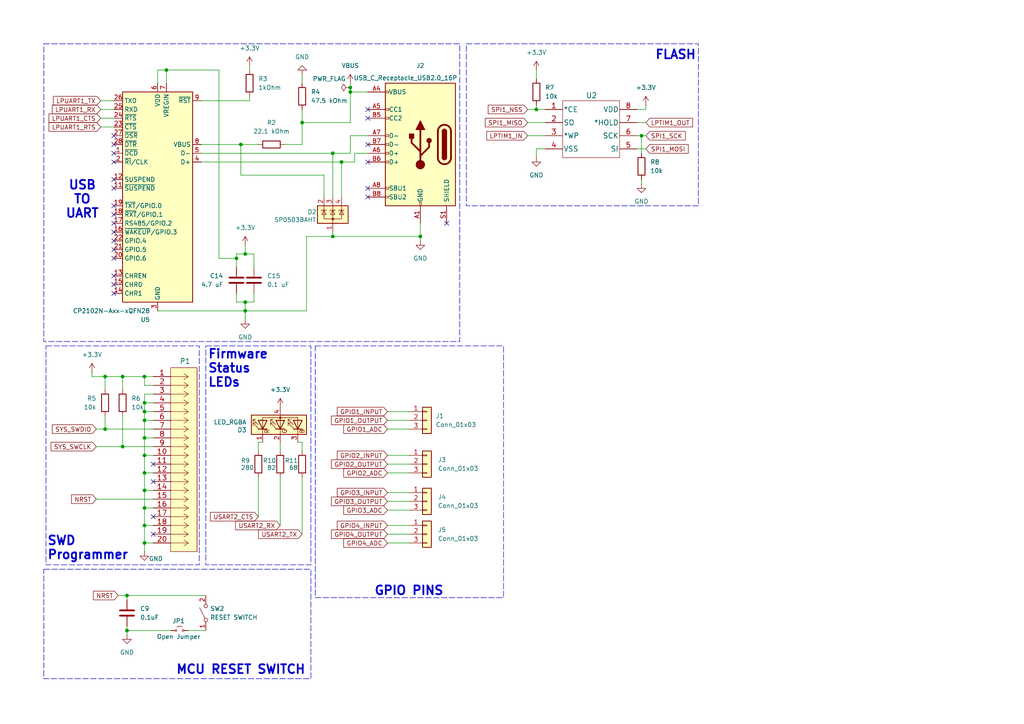
<source format=kicad_sch>
(kicad_sch (version 20231120) (generator "eeschema") (generator_version "8.0")
  (paper "A4")
  (lib_symbols
    (symbol "Connector:USB_C_Receptacle_USB2.0_16P" (pin_names (offset 1.016))
      (property "Reference" "J" (at 0 22.225 0))
      (property "Value" "USB_C_Receptacle_USB2.0_16P" (at 0 19.685 0))
      (symbol "USB_C_Receptacle_USB2.0_16P_0_0"
        (rectangle (start -0.254 -17.78) (end 0.254 -16.764))
        (rectangle (start 10.16 -14.986) (end 9.144 -15.494))
        (rectangle (start 10.16 -12.446) (end 9.144 -12.954))
        (rectangle (start 10.16 -4.826) (end 9.144 -5.334))
        (rectangle (start 10.16 -2.286) (end 9.144 -2.794))
        (rectangle (start 10.16 0.254) (end 9.144 -0.254))
        (rectangle (start 10.16 2.794) (end 9.144 2.286))
        (rectangle (start 10.16 7.874) (end 9.144 7.366))
        (rectangle (start 10.16 10.414) (end 9.144 9.906))
        (rectangle (start 10.16 15.494) (end 9.144 14.986))
      )
      (symbol "USB_C_Receptacle_USB2.0_16P_0_1"
        (rectangle (start -10.16 17.78) (end 10.16 -17.78) (stroke (width 0.254)) (fill (type background)))
        (arc (start -8.89 -3.81) (mid -6.985 -5.7067) (end -5.08 -3.81) (stroke (width 0.508)))
        (arc (start -7.62 -3.81) (mid -6.985 -4.4423) (end -6.35 -3.81) (stroke (width 0.254)))
        (arc (start -7.62 -3.81) (mid -6.985 -4.4423) (end -6.35 -3.81) (stroke (width 0.254)) (fill (type outline)))
        (rectangle (start -7.62 -3.81) (end -6.35 3.81) (stroke (width 0.254)) (fill (type outline)))
        (arc (start -6.35 3.81) (mid -6.985 4.4423) (end -7.62 3.81) (stroke (width 0.254)))
        (arc (start -6.35 3.81) (mid -6.985 4.4423) (end -7.62 3.81) (stroke (width 0.254)) (fill (type outline)))
        (arc (start -5.08 3.81) (mid -6.985 5.7067) (end -8.89 3.81) (stroke (width 0.508)))
        (circle (center -2.54 1.143) (radius 0.635) (stroke (width 0.254)) (fill (type outline)))
        (circle (center 0 -5.842) (radius 1.27) (fill (type outline)))
        (polyline (pts (xy -8.89 -3.81) (xy -8.89 3.81)) (stroke (width 0.508)))
        (polyline (pts (xy -5.08 3.81) (xy -5.08 -3.81)) (stroke (width 0.508)))
        (polyline (pts (xy 0 -5.842) (xy 0 4.318)) (stroke (width 0.508)))
        (polyline (pts (xy 0 -3.302) (xy -2.54 -0.762) (xy -2.54 0.508)) (stroke (width 0.508)))
        (polyline (pts (xy 0 -2.032) (xy 2.54 0.508) (xy 2.54 1.778)) (stroke (width 0.508)))
        (polyline (pts (xy -1.27 4.318) (xy 0 6.858) (xy 1.27 4.318) (xy -1.27 4.318)) (stroke (width 0.254)) (fill (type outline)))
        (rectangle (start 1.905 1.778) (end 3.175 3.048) (stroke (width 0.254)) (fill (type outline)))
      )
      (symbol "USB_C_Receptacle_USB2.0_16P_1_1"
        (pin passive line (at 0 -22.86 90) (length 5.08) (name "GND") (number "A1"))
        (pin passive line (at 0 -22.86 90) (length 5.08) hide (name "GND") (number "A12"))
        (pin passive line (at 15.24 15.24 180) (length 5.08) (name "VBUS") (number "A4"))
        (pin bidirectional line (at 15.24 10.16 180) (length 5.08) (name "CC1") (number "A5"))
        (pin bidirectional line (at 15.24 -2.54 180) (length 5.08) (name "D+") (number "A6"))
        (pin bidirectional line (at 15.24 2.54 180) (length 5.08) (name "D-") (number "A7"))
        (pin bidirectional line (at 15.24 -12.7 180) (length 5.08) (name "SBU1") (number "A8"))
        (pin passive line (at 15.24 15.24 180) (length 5.08) hide (name "VBUS") (number "A9"))
        (pin passive line (at 0 -22.86 90) (length 5.08) hide (name "GND") (number "B1"))
        (pin passive line (at 0 -22.86 90) (length 5.08) hide (name "GND") (number "B12"))
        (pin passive line (at 15.24 15.24 180) (length 5.08) hide (name "VBUS") (number "B4"))
        (pin bidirectional line (at 15.24 7.62 180) (length 5.08) (name "CC2") (number "B5"))
        (pin bidirectional line (at 15.24 -5.08 180) (length 5.08) (name "D+") (number "B6"))
        (pin bidirectional line (at 15.24 0 180) (length 5.08) (name "D-") (number "B7"))
        (pin bidirectional line (at 15.24 -15.24 180) (length 5.08) (name "SBU2") (number "B8"))
        (pin passive line (at 15.24 15.24 180) (length 5.08) hide (name "VBUS") (number "B9"))
        (pin passive line (at -7.62 -22.86 90) (length 5.08) (name "SHIELD") (number "S1"))
      )
    )
    (symbol "Connector_Generic:Conn_01x03" (pin_names (offset 1.016) hide)
      (property "Reference" "J" (at 0 5.08 0))
      (property "Value" "Conn_01x03" (at 0 -5.08 0))
      (symbol "Conn_01x03_1_1"
        (rectangle (start -1.27 -2.413) (end 0 -2.667) (stroke (width 0.1524)))
        (rectangle (start -1.27 0.127) (end 0 -0.127) (stroke (width 0.1524)))
        (rectangle (start -1.27 2.667) (end 0 2.413) (stroke (width 0.1524)))
        (rectangle (start -1.27 3.81) (end 1.27 -3.81) (stroke (width 0.254)) (fill (type background)))
        (pin passive line (at -5.08 2.54 0) (length 3.81) (name "Pin_1") (number "1"))
        (pin passive line (at -5.08 0 0) (length 3.81) (name "Pin_2") (number "2"))
        (pin passive line (at -5.08 -2.54 0) (length 3.81) (name "Pin_3") (number "3"))
      )
    )
    (symbol "Device:C" (pin_numbers hide) (pin_names (offset 0.254))
      (property "Reference" "C" (at 0.635 2.54 0))
      (property "Value" "C" (at 0.635 -2.54 0))
      (symbol "C_0_1"
        (polyline (pts (xy -2.032 -0.762) (xy 2.032 -0.762)) (stroke (width 0.508)))
        (polyline (pts (xy -2.032 0.762) (xy 2.032 0.762)) (stroke (width 0.508)))
      )
      (symbol "C_1_1"
        (pin passive line (at 0 3.81 270) (length 2.794) (name "~") (number "1"))
        (pin passive line (at 0 -3.81 90) (length 2.794) (name "~") (number "2"))
      )
    )
    (symbol "Device:LED_RGBA" (pin_names (offset 0) hide)
      (property "Reference" "D" (at 0 9.398 0))
      (property "Value" "LED_RGBA" (at 0 -8.89 0))
      (symbol "LED_RGBA_0_0"
        (text "B" (at -1.905 -6.35 0) (effects (font (size 1.27 1.27))))
        (text "G" (at -1.905 -1.27 0) (effects (font (size 1.27 1.27))))
        (text "R" (at -1.905 3.81 0) (effects (font (size 1.27 1.27))))
      )
      (symbol "LED_RGBA_0_1"
        (polyline (pts (xy -1.27 -5.08) (xy -2.54 -5.08)))
        (polyline (pts (xy -1.27 -5.08) (xy 1.27 -5.08)))
        (polyline (pts (xy -1.27 -3.81) (xy -1.27 -6.35)) (stroke (width 0.254)))
        (polyline (pts (xy -1.27 0) (xy -2.54 0)))
        (polyline (pts (xy -1.27 1.27) (xy -1.27 -1.27)) (stroke (width 0.254)))
        (polyline (pts (xy -1.27 5.08) (xy -2.54 5.08)))
        (polyline (pts (xy -1.27 5.08) (xy 1.27 5.08)))
        (polyline (pts (xy -1.27 6.35) (xy -1.27 3.81)) (stroke (width 0.254)))
        (polyline (pts (xy 1.27 0) (xy -1.27 0)))
        (polyline (pts (xy 1.27 0) (xy 2.54 0)))
        (polyline (pts (xy -1.27 1.27) (xy -1.27 -1.27) (xy -1.27 -1.27)))
        (polyline (pts (xy -1.27 6.35) (xy -1.27 3.81) (xy -1.27 3.81)))
        (polyline (pts (xy 1.27 -5.08) (xy 2.032 -5.08) (xy 2.032 5.08) (xy 1.27 5.08)))
        (polyline (pts (xy 1.27 -3.81) (xy 1.27 -6.35) (xy -1.27 -5.08) (xy 1.27 -3.81)) (stroke (width 0.254)))
        (polyline (pts (xy 1.27 1.27) (xy 1.27 -1.27) (xy -1.27 0) (xy 1.27 1.27)) (stroke (width 0.254)))
        (polyline (pts (xy 1.27 6.35) (xy 1.27 3.81) (xy -1.27 5.08) (xy 1.27 6.35)) (stroke (width 0.254)))
        (polyline (pts (xy -1.016 -3.81) (xy 0.508 -2.286) (xy -0.254 -2.286) (xy 0.508 -2.286) (xy 0.508 -3.048)))
        (polyline (pts (xy -1.016 1.27) (xy 0.508 2.794) (xy -0.254 2.794) (xy 0.508 2.794) (xy 0.508 2.032)))
        (polyline (pts (xy -1.016 6.35) (xy 0.508 7.874) (xy -0.254 7.874) (xy 0.508 7.874) (xy 0.508 7.112)))
        (polyline (pts (xy 0 -3.81) (xy 1.524 -2.286) (xy 0.762 -2.286) (xy 1.524 -2.286) (xy 1.524 -3.048)))
        (polyline (pts (xy 0 1.27) (xy 1.524 2.794) (xy 0.762 2.794) (xy 1.524 2.794) (xy 1.524 2.032)))
        (polyline (pts (xy 0 6.35) (xy 1.524 7.874) (xy 0.762 7.874) (xy 1.524 7.874) (xy 1.524 7.112)))
        (rectangle (start 1.27 -1.27) (end 1.27 1.27))
        (rectangle (start 1.27 1.27) (end 1.27 1.27))
        (rectangle (start 1.27 3.81) (end 1.27 6.35))
        (rectangle (start 1.27 6.35) (end 1.27 6.35))
        (circle (center 2.032 0) (radius 0.254) (fill (type outline)))
        (rectangle (start 2.794 8.382) (end -2.794 -7.62) (stroke (width 0.254)) (fill (type background)))
      )
      (symbol "LED_RGBA_1_1"
        (pin passive line (at -5.08 5.08 0) (length 2.54) (name "RK") (number "1"))
        (pin passive line (at -5.08 0 0) (length 2.54) (name "GK") (number "2"))
        (pin passive line (at -5.08 -5.08 0) (length 2.54) (name "BK") (number "3"))
        (pin passive line (at 5.08 0 180) (length 2.54) (name "A") (number "4"))
      )
    )
    (symbol "Device:R" (pin_numbers hide) (pin_names (offset 0))
      (property "Reference" "R" (at 2.032 0 90))
      (property "Value" "R" (at 0 0 90))
      (symbol "R_0_1"
        (rectangle (start -1.016 -2.54) (end 1.016 2.54) (stroke (width 0.254)))
      )
      (symbol "R_1_1"
        (pin passive line (at 0 3.81 270) (length 1.27) (name "~") (number "1"))
        (pin passive line (at 0 -3.81 90) (length 1.27) (name "~") (number "2"))
      )
    )
    (symbol "Flight-Computer-cache:Engine-Controller_SST25VF040B-50-4I-S2AE-T" (pin_names (offset 0.254))
      (property "Reference" "U" (at -2.54 6.35 0))
      (property "Value" "Engine-Controller_SST25VF040B-50-4I-S2AE-T" (at 0 -13.97 0))
      (symbol "Engine-Controller_SST25VF040B-50-4I-S2AE-T_1_1"
        (polyline (pts (xy -8.89 -11.43) (xy 7.62 -11.43)) (stroke (width 0.127)))
        (polyline (pts (xy -8.89 5.08) (xy -8.89 -11.43)) (stroke (width 0.127)))
        (polyline (pts (xy 7.62 -11.43) (xy 7.62 5.08)) (stroke (width 0.127)))
        (polyline (pts (xy 7.62 5.08) (xy -8.89 5.08)) (stroke (width 0.127)))
        (pin input line (at -13.97 2.54 0) (length 5.08) (name "*CE") (number "1"))
        (pin output line (at -13.97 -1.27 0) (length 5.08) (name "SO") (number "2"))
        (pin input line (at -13.97 -5.08 0) (length 5.08) (name "*WP") (number "3"))
        (pin power_in line (at -13.97 -8.89 0) (length 5.08) (name "VSS") (number "4"))
        (pin input line (at 12.7 -8.89 180) (length 5.08) (name "SI") (number "5"))
        (pin input line (at 12.7 -5.08 180) (length 5.08) (name "SCK") (number "6"))
        (pin input line (at 12.7 -1.27 180) (length 5.08) (name "*HOLD") (number "7"))
        (pin power_in line (at 12.7 2.54 180) (length 5.08) (name "VDD") (number "8"))
      )
    )
    (symbol "Flight-Computer:3220-20-0200-00" (pin_names (offset 0.254) hide)
      (property "Reference" "P" (at 8.89 6.35 0))
      (symbol "3220-20-0200-00_1_1"
        (polyline (pts (xy 5.08 -50.8) (xy 12.7 -50.8)) (stroke (width 0.127)))
        (polyline (pts (xy 5.08 2.54) (xy 5.08 -50.8)) (stroke (width 0.127)))
        (polyline (pts (xy 10.16 -48.26) (xy 5.08 -48.26)) (stroke (width 0.127)))
        (polyline (pts (xy 10.16 -48.26) (xy 8.89 -49.0982)) (stroke (width 0.127)))
        (polyline (pts (xy 10.16 -48.26) (xy 8.89 -47.4218)) (stroke (width 0.127)))
        (polyline (pts (xy 10.16 -45.72) (xy 5.08 -45.72)) (stroke (width 0.127)))
        (polyline (pts (xy 10.16 -45.72) (xy 8.89 -46.5582)) (stroke (width 0.127)))
        (polyline (pts (xy 10.16 -45.72) (xy 8.89 -44.8818)) (stroke (width 0.127)))
        (polyline (pts (xy 10.16 -43.18) (xy 5.08 -43.18)) (stroke (width 0.127)))
        (polyline (pts (xy 10.16 -43.18) (xy 8.89 -44.0182)) (stroke (width 0.127)))
        (polyline (pts (xy 10.16 -43.18) (xy 8.89 -42.3418)) (stroke (width 0.127)))
        (polyline (pts (xy 10.16 -40.64) (xy 5.08 -40.64)) (stroke (width 0.127)))
        (polyline (pts (xy 10.16 -40.64) (xy 8.89 -41.4782)) (stroke (width 0.127)))
        (polyline (pts (xy 10.16 -40.64) (xy 8.89 -39.8018)) (stroke (width 0.127)))
        (polyline (pts (xy 10.16 -38.1) (xy 5.08 -38.1)) (stroke (width 0.127)))
        (polyline (pts (xy 10.16 -38.1) (xy 8.89 -38.9382)) (stroke (width 0.127)))
        (polyline (pts (xy 10.16 -38.1) (xy 8.89 -37.2618)) (stroke (width 0.127)))
        (polyline (pts (xy 10.16 -35.56) (xy 5.08 -35.56)) (stroke (width 0.127)))
        (polyline (pts (xy 10.16 -35.56) (xy 8.89 -36.3982)) (stroke (width 0.127)))
        (polyline (pts (xy 10.16 -35.56) (xy 8.89 -34.7218)) (stroke (width 0.127)))
        (polyline (pts (xy 10.16 -33.02) (xy 5.08 -33.02)) (stroke (width 0.127)))
        (polyline (pts (xy 10.16 -33.02) (xy 8.89 -33.8582)) (stroke (width 0.127)))
        (polyline (pts (xy 10.16 -33.02) (xy 8.89 -32.1818)) (stroke (width 0.127)))
        (polyline (pts (xy 10.16 -30.48) (xy 5.08 -30.48)) (stroke (width 0.127)))
        (polyline (pts (xy 10.16 -30.48) (xy 8.89 -31.3182)) (stroke (width 0.127)))
        (polyline (pts (xy 10.16 -30.48) (xy 8.89 -29.6418)) (stroke (width 0.127)))
        (polyline (pts (xy 10.16 -27.94) (xy 5.08 -27.94)) (stroke (width 0.127)))
        (polyline (pts (xy 10.16 -27.94) (xy 8.89 -28.7782)) (stroke (width 0.127)))
        (polyline (pts (xy 10.16 -27.94) (xy 8.89 -27.1018)) (stroke (width 0.127)))
        (polyline (pts (xy 10.16 -25.4) (xy 5.08 -25.4)) (stroke (width 0.127)))
        (polyline (pts (xy 10.16 -25.4) (xy 8.89 -26.2382)) (stroke (width 0.127)))
        (polyline (pts (xy 10.16 -25.4) (xy 8.89 -24.5618)) (stroke (width 0.127)))
        (polyline (pts (xy 10.16 -22.86) (xy 5.08 -22.86)) (stroke (width 0.127)))
        (polyline (pts (xy 10.16 -22.86) (xy 8.89 -23.6982)) (stroke (width 0.127)))
        (polyline (pts (xy 10.16 -22.86) (xy 8.89 -22.0218)) (stroke (width 0.127)))
        (polyline (pts (xy 10.16 -20.32) (xy 5.08 -20.32)) (stroke (width 0.127)))
        (polyline (pts (xy 10.16 -20.32) (xy 8.89 -21.1582)) (stroke (width 0.127)))
        (polyline (pts (xy 10.16 -20.32) (xy 8.89 -19.4818)) (stroke (width 0.127)))
        (polyline (pts (xy 10.16 -17.78) (xy 5.08 -17.78)) (stroke (width 0.127)))
        (polyline (pts (xy 10.16 -17.78) (xy 8.89 -18.6182)) (stroke (width 0.127)))
        (polyline (pts (xy 10.16 -17.78) (xy 8.89 -16.9418)) (stroke (width 0.127)))
        (polyline (pts (xy 10.16 -15.24) (xy 5.08 -15.24)) (stroke (width 0.127)))
        (polyline (pts (xy 10.16 -15.24) (xy 8.89 -16.0782)) (stroke (width 0.127)))
        (polyline (pts (xy 10.16 -15.24) (xy 8.89 -14.4018)) (stroke (width 0.127)))
        (polyline (pts (xy 10.16 -12.7) (xy 5.08 -12.7)) (stroke (width 0.127)))
        (polyline (pts (xy 10.16 -12.7) (xy 8.89 -13.5382)) (stroke (width 0.127)))
        (polyline (pts (xy 10.16 -12.7) (xy 8.89 -11.8618)) (stroke (width 0.127)))
        (polyline (pts (xy 10.16 -10.16) (xy 5.08 -10.16)) (stroke (width 0.127)))
        (polyline (pts (xy 10.16 -10.16) (xy 8.89 -10.9982)) (stroke (width 0.127)))
        (polyline (pts (xy 10.16 -10.16) (xy 8.89 -9.3218)) (stroke (width 0.127)))
        (polyline (pts (xy 10.16 -7.62) (xy 5.08 -7.62)) (stroke (width 0.127)))
        (polyline (pts (xy 10.16 -7.62) (xy 8.89 -8.4582)) (stroke (width 0.127)))
        (polyline (pts (xy 10.16 -7.62) (xy 8.89 -6.7818)) (stroke (width 0.127)))
        (polyline (pts (xy 10.16 -5.08) (xy 5.08 -5.08)) (stroke (width 0.127)))
        (polyline (pts (xy 10.16 -5.08) (xy 8.89 -5.9182)) (stroke (width 0.127)))
        (polyline (pts (xy 10.16 -5.08) (xy 8.89 -4.2418)) (stroke (width 0.127)))
        (polyline (pts (xy 10.16 -2.54) (xy 5.08 -2.54)) (stroke (width 0.127)))
        (polyline (pts (xy 10.16 -2.54) (xy 8.89 -3.3782)) (stroke (width 0.127)))
        (polyline (pts (xy 10.16 -2.54) (xy 8.89 -1.7018)) (stroke (width 0.127)))
        (polyline (pts (xy 10.16 0) (xy 5.08 0)) (stroke (width 0.127)))
        (polyline (pts (xy 10.16 0) (xy 8.89 -0.8382)) (stroke (width 0.127)))
        (polyline (pts (xy 10.16 0) (xy 8.89 0.8382)) (stroke (width 0.127)))
        (polyline (pts (xy 12.7 -50.8) (xy 12.7 2.54)) (stroke (width 0.127)))
        (polyline (pts (xy 12.7 2.54) (xy 5.08 2.54)) (stroke (width 0.127)) (fill (type background)))
        (rectangle (start 5.08 2.54) (end 12.7 -50.8) (stroke (width 0.127)) (fill (type background)))
        (pin passive line (at 0 0 0) (length 5.08) (name "1") (number "1"))
        (pin passive line (at 0 -22.86 0) (length 5.08) (name "10") (number "10"))
        (pin passive line (at 0 -25.4 0) (length 5.08) (name "11") (number "11"))
        (pin passive line (at 0 -27.94 0) (length 5.08) (name "12") (number "12"))
        (pin passive line (at 0 -30.48 0) (length 5.08) (name "13") (number "13"))
        (pin passive line (at 0 -33.02 0) (length 5.08) (name "14") (number "14"))
        (pin passive line (at 0 -35.56 0) (length 5.08) (name "15") (number "15"))
        (pin passive line (at 0 -38.1 0) (length 5.08) (name "16") (number "16"))
        (pin passive line (at 0 -40.64 0) (length 5.08) (name "17") (number "17"))
        (pin passive line (at 0 -43.18 0) (length 5.08) (name "18") (number "18"))
        (pin passive line (at 0 -45.72 0) (length 5.08) (name "19") (number "19"))
        (pin passive line (at 0 -2.54 0) (length 5.08) (name "2") (number "2"))
        (pin passive line (at 0 -48.26 0) (length 5.08) (name "20") (number "20"))
        (pin passive line (at 0 -5.08 0) (length 5.08) (name "3") (number "3"))
        (pin passive line (at 0 -7.62 0) (length 5.08) (name "4") (number "4"))
        (pin passive line (at 0 -10.16 0) (length 5.08) (name "5") (number "5"))
        (pin passive line (at 0 -12.7 0) (length 5.08) (name "6") (number "6"))
        (pin passive line (at 0 -15.24 0) (length 5.08) (name "7") (number "7"))
        (pin passive line (at 0 -17.78 0) (length 5.08) (name "8") (number "8"))
        (pin passive line (at 0 -20.32 0) (length 5.08) (name "9") (number "9"))
      )
    )
    (symbol "Interface_USB:CP2102N-Axx-xQFN28"
      (property "Reference" "U" (at -8.89 31.75 0))
      (property "Value" "CP2102N-Axx-xQFN28" (at 12.7 31.75 0))
      (symbol "CP2102N-Axx-xQFN28_0_1"
        (rectangle (start -10.16 30.48) (end 10.16 -30.48) (stroke (width 0.254)) (fill (type background)))
      )
      (symbol "CP2102N-Axx-xQFN28_1_1"
        (pin input line (at 12.7 12.7 180) (length 2.54) (name "~{DCD}") (number "1"))
        (pin no_connect line (at -10.16 -27.94 0) (length 2.54) hide (name "NC") (number "10"))
        (pin output line (at 12.7 2.54 180) (length 2.54) (name "~{SUSPEND}") (number "11"))
        (pin output line (at 12.7 5.08 180) (length 2.54) (name "SUSPEND") (number "12"))
        (pin output line (at 12.7 -22.86 180) (length 2.54) (name "CHREN") (number "13"))
        (pin output line (at 12.7 -27.94 180) (length 2.54) (name "CHR1") (number "14"))
        (pin output line (at 12.7 -25.4 180) (length 2.54) (name "CHR0") (number "15"))
        (pin bidirectional line (at 12.7 -10.16 180) (length 2.54) (name "~{WAKEUP}/GPIO.3") (number "16"))
        (pin bidirectional line (at 12.7 -7.62 180) (length 2.54) (name "RS485/GPIO.2") (number "17"))
        (pin bidirectional line (at 12.7 -5.08 180) (length 2.54) (name "~{RXT}/GPIO.1") (number "18"))
        (pin bidirectional line (at 12.7 -2.54 180) (length 2.54) (name "~{TXT}/GPIO.0") (number "19"))
        (pin bidirectional line (at 12.7 10.16 180) (length 2.54) (name "~{RI}/CLK") (number "2"))
        (pin bidirectional line (at 12.7 -17.78 180) (length 2.54) (name "GPIO.6") (number "20"))
        (pin bidirectional line (at 12.7 -15.24 180) (length 2.54) (name "GPIO.5") (number "21"))
        (pin bidirectional line (at 12.7 -12.7 180) (length 2.54) (name "GPIO.4") (number "22"))
        (pin input line (at 12.7 20.32 180) (length 2.54) (name "~{CTS}") (number "23"))
        (pin output line (at 12.7 22.86 180) (length 2.54) (name "~{RTS}") (number "24"))
        (pin input line (at 12.7 25.4 180) (length 2.54) (name "RXD") (number "25"))
        (pin output line (at 12.7 27.94 180) (length 2.54) (name "TXD") (number "26"))
        (pin input line (at 12.7 17.78 180) (length 2.54) (name "~{DSR}") (number "27"))
        (pin output line (at 12.7 15.24 180) (length 2.54) (name "~{DTR}") (number "28"))
        (pin passive line (at 0 -33.02 90) (length 2.54) hide (name "GND") (number "29"))
        (pin power_in line (at 0 -33.02 90) (length 2.54) (name "GND") (number "3"))
        (pin bidirectional line (at -12.7 10.16 0) (length 2.54) (name "D+") (number "4"))
        (pin bidirectional line (at -12.7 12.7 0) (length 2.54) (name "D-") (number "5"))
        (pin power_in line (at 0 33.02 270) (length 2.54) (name "VDD") (number "6"))
        (pin power_in line (at -2.54 33.02 270) (length 2.54) (name "VREGIN") (number "7"))
        (pin input line (at -12.7 15.24 0) (length 2.54) (name "VBUS") (number "8"))
        (pin input line (at -12.7 27.94 0) (length 2.54) (name "~{RST}") (number "9"))
      )
    )
    (symbol "Jumper:Jumper_2_Small_Open" (pin_numbers hide) (pin_names (offset 0) hide) (exclude_from_sim yes)
      (property "Reference" "JP" (at 0 2.794 0))
      (property "Value" "Jumper_2_Small_Open" (at 0 -2.286 0))
      (symbol "Jumper_2_Small_Open_0_0"
        (circle (center -1.016 0) (radius 0.254))
        (circle (center 1.016 0) (radius 0.254))
      )
      (symbol "Jumper_2_Small_Open_0_1"
        (arc (start 0.762 1.0196) (mid 0 1.2729) (end -0.762 1.0196))
      )
      (symbol "Jumper_2_Small_Open_1_1"
        (pin passive line (at -2.54 0 0) (length 1.27) (name "A") (number "1"))
        (pin passive line (at 2.54 0 180) (length 1.27) (name "B") (number "2"))
      )
    )
    (symbol "Power_Protection:SP0503BAHT" (pin_names hide)
      (property "Reference" "D" (at 5.715 2.54 0))
      (property "Value" "SP0503BAHT" (at 5.715 0.635 0))
      (symbol "SP0503BAHT_0_0"
        (pin passive line (at 0 -5.08 90) (length 2.54) (name "A") (number "1"))
      )
      (symbol "SP0503BAHT_0_1"
        (rectangle (start -4.445 2.54) (end 4.445 -2.54) (stroke (width 0.254)) (fill (type background)))
        (circle (center 0 -1.27) (radius 0.254) (fill (type outline)))
        (polyline (pts (xy -2.54 2.54) (xy -2.54 1.27)))
        (polyline (pts (xy 0 -1.27) (xy 0 -2.54)))
        (polyline (pts (xy 0 -1.27) (xy 0 1.27)))
        (polyline (pts (xy 0 2.54) (xy 0 1.27)))
        (polyline (pts (xy 0.635 1.27) (xy 0.762 1.27)))
        (polyline (pts (xy 2.54 2.54) (xy 2.54 1.27)))
        (polyline (pts (xy 0.635 1.27) (xy -0.762 1.27) (xy -0.762 1.016)))
        (polyline (pts (xy -3.302 1.016) (xy -3.302 1.27) (xy -1.905 1.27) (xy -1.778 1.27)))
        (polyline (pts (xy -2.54 1.27) (xy -2.54 -1.27) (xy 2.54 -1.27) (xy 2.54 1.27)))
        (polyline (pts (xy -2.54 1.27) (xy -1.905 0) (xy -3.175 0) (xy -2.54 1.27)))
        (polyline (pts (xy 0.635 0) (xy -0.635 0) (xy 0 1.27) (xy 0.635 0)))
        (polyline (pts (xy 1.778 1.016) (xy 1.778 1.27) (xy 3.175 1.27) (xy 3.302 1.27)))
        (polyline (pts (xy 2.54 1.27) (xy 1.905 0) (xy 3.175 0) (xy 2.54 1.27)))
      )
      (symbol "SP0503BAHT_1_1"
        (pin passive line (at -2.54 5.08 270) (length 2.54) (name "K") (number "2"))
        (pin passive line (at 0 5.08 270) (length 2.54) (name "K") (number "3"))
        (pin passive line (at 2.54 5.08 270) (length 2.54) (name "K") (number "4"))
      )
    )
    (symbol "Switch:SW_SPST" (pin_names (offset 0) hide)
      (property "Reference" "SW" (at 0 3.175 0))
      (property "Value" "SW_SPST" (at 0 -2.54 0))
      (symbol "SW_SPST_0_0"
        (circle (center -2.032 0) (radius 0.508))
        (polyline (pts (xy -1.524 0.254) (xy 1.524 1.778)))
        (circle (center 2.032 0) (radius 0.508))
      )
      (symbol "SW_SPST_1_1"
        (pin passive line (at -5.08 0 0) (length 2.54) (name "A") (number "1"))
        (pin passive line (at 5.08 0 180) (length 2.54) (name "B") (number "2"))
      )
    )
    (symbol "power:+3.3V" (power) (pin_numbers hide) (pin_names (offset 0) hide)
      (property "Value" "+3.3V" (at 0 3.556 0))
      (symbol "+3.3V_0_1"
        (polyline (pts (xy -0.762 1.27) (xy 0 2.54)))
        (polyline (pts (xy 0 0) (xy 0 2.54)))
        (polyline (pts (xy 0 2.54) (xy 0.762 1.27)))
      )
      (symbol "+3.3V_1_1"
        (pin power_in line (at 0 0 90) (length 0) (name "~") (number "1"))
      )
    )
    (symbol "power:GND" (power) (pin_numbers hide) (pin_names (offset 0) hide)
      (property "Value" "GND" (at 0 -3.81 0))
      (symbol "GND_0_1"
        (polyline (pts (xy 0 0) (xy 0 -1.27) (xy 1.27 -1.27) (xy 0 -2.54) (xy -1.27 -1.27) (xy 0 -1.27)))
      )
      (symbol "GND_1_1"
        (pin power_in line (at 0 0 270) (length 0) (name "~") (number "1"))
      )
    )
    (symbol "power:PWR_FLAG" (power) (pin_numbers hide) (pin_names (offset 0) hide)
      (property "Value" "PWR_FLAG" (at 0 3.81 0))
      (symbol "PWR_FLAG_0_0"
        (pin power_out line (at 0 0 90) (length 0) (name "~") (number "1"))
      )
      (symbol "PWR_FLAG_0_1"
        (polyline (pts (xy 0 0) (xy 0 1.27) (xy -1.016 1.905) (xy 0 2.54) (xy 1.016 1.905) (xy 0 1.27)))
      )
    )
    (symbol "power:VBUS" (power) (pin_numbers hide) (pin_names (offset 0) hide)
      (property "Value" "VBUS" (at 0 3.556 0))
      (symbol "VBUS_0_1"
        (polyline (pts (xy -0.762 1.27) (xy 0 2.54)))
        (polyline (pts (xy 0 0) (xy 0 2.54)))
        (polyline (pts (xy 0 2.54) (xy 0.762 1.27)))
      )
      (symbol "VBUS_1_1"
        (pin power_in line (at 0 0 90) (length 0) (name "~") (number "1"))
      )
    )
  )
  (junction (at 41.91 137.16))
  (junction (at 71.12 73.66))
  (junction (at 96.52 44.45))
  (junction (at 41.91 119.38))
  (junction (at 41.91 121.92))
  (junction (at 41.91 109.22))
  (junction (at 96.52 68.58))
  (junction (at 71.12 87.63))
  (junction (at 41.91 132.08))
  (junction (at 36.83 172.72))
  (junction (at 36.83 182.88))
  (junction (at 99.06 46.99))
  (junction (at 71.12 90.17))
  (junction (at 35.56 109.22))
  (junction (at 69.85 41.91))
  (junction (at 41.91 147.32))
  (junction (at 68.58 74.93))
  (junction (at 41.91 116.84))
  (junction (at 41.91 152.4))
  (junction (at 121.92 68.58))
  (junction (at 186.055 39.37))
  (junction (at 41.91 142.24))
  (junction (at 41.91 157.48))
  (junction (at 30.48 109.22))
  (junction (at 155.575 31.75))
  (junction (at 30.48 124.46))
  (junction (at 41.91 127))
  (junction (at 87.63 35.56))
  (junction (at 101.6 25.4))
  (junction (at 101.6 26.67))
  (junction (at 48.26 20.32))
  (junction (at 35.56 129.54))
  (no_connect (at 33.02 69.85))
  (no_connect (at 44.45 134.62))
  (no_connect (at 106.68 34.29))
  (no_connect (at 33.02 85.09))
  (no_connect (at 33.02 67.31))
  (no_connect (at 33.02 74.93))
  (no_connect (at 44.45 149.86))
  (no_connect (at 33.02 44.45))
  (no_connect (at 129.54 64.77))
  (no_connect (at 106.68 54.61))
  (no_connect (at 106.68 46.99))
  (no_connect (at 33.02 82.55))
  (no_connect (at 33.02 52.07))
  (no_connect (at 44.45 139.7))
  (no_connect (at 33.02 54.61))
  (no_connect (at 33.02 72.39))
  (no_connect (at 106.68 41.91))
  (no_connect (at 33.02 39.37))
  (no_connect (at 106.68 57.15))
  (no_connect (at 106.68 31.75))
  (no_connect (at 33.02 80.01))
  (no_connect (at 33.02 59.69))
  (no_connect (at 44.45 154.94))
  (no_connect (at 33.02 41.91))
  (no_connect (at 33.02 64.77))
  (no_connect (at 33.02 62.23))
  (no_connect (at 33.02 46.99))
  (wire (pts (xy 41.91 119.38) (xy 41.91 121.92)))
  (wire (pts (xy 112.395 121.92) (xy 118.745 121.92)))
  (wire (pts (xy 76.2 128.27) (xy 74.93 128.27)))
  (wire (pts (xy 44.45 132.08) (xy 41.91 132.08)))
  (wire (pts (xy 68.58 73.66) (xy 71.12 73.66)))
  (wire (pts (xy 87.63 31.75) (xy 87.63 35.56)))
  (wire (pts (xy 121.92 68.58) (xy 96.52 68.58)))
  (wire (pts (xy 68.58 87.63) (xy 71.12 87.63)))
  (wire (pts (xy 41.91 137.16) (xy 41.91 142.24)))
  (wire (pts (xy 101.6 35.56) (xy 101.6 26.67)))
  (wire (pts (xy 112.395 119.38) (xy 118.745 119.38)))
  (wire (pts (xy 44.45 142.24) (xy 41.91 142.24)))
  (wire (pts (xy 36.83 182.88) (xy 36.83 184.15)))
  (wire (pts (xy 44.45 137.16) (xy 41.91 137.16)))
  (wire (pts (xy 71.12 87.63) (xy 73.66 87.63)))
  (wire (pts (xy 34.29 172.72) (xy 36.83 172.72)))
  (wire (pts (xy 44.45 119.38) (xy 41.91 119.38)))
  (wire (pts (xy 30.48 109.22) (xy 35.56 109.22)))
  (wire (pts (xy 26.67 109.22) (xy 30.48 109.22)))
  (wire (pts (xy 44.45 152.4) (xy 41.91 152.4)))
  (wire (pts (xy 48.26 20.32) (xy 48.26 24.13)))
  (wire (pts (xy 71.12 71.12) (xy 71.12 73.66)))
  (wire (pts (xy 41.91 114.3) (xy 41.91 116.84)))
  (wire (pts (xy 72.39 19.05) (xy 72.39 20.32)))
  (wire (pts (xy 158.115 43.18) (xy 155.575 43.18)))
  (wire (pts (xy 45.72 90.17) (xy 71.12 90.17)))
  (wire (pts (xy 112.395 137.16) (xy 118.745 137.16)))
  (wire (pts (xy 35.56 109.22) (xy 35.56 113.03)))
  (wire (pts (xy 29.21 29.21) (xy 33.02 29.21)))
  (wire (pts (xy 44.45 127) (xy 41.91 127)))
  (wire (pts (xy 36.83 172.72) (xy 36.83 173.99)))
  (wire (pts (xy 112.395 134.62) (xy 118.745 134.62)))
  (wire (pts (xy 58.42 41.91) (xy 69.85 41.91)))
  (wire (pts (xy 41.91 132.08) (xy 41.91 137.16)))
  (wire (pts (xy 41.91 116.84) (xy 41.91 119.38)))
  (wire (pts (xy 112.395 142.875) (xy 118.745 142.875)))
  (wire (pts (xy 186.055 39.37) (xy 187.325 39.37)))
  (wire (pts (xy 45.72 20.32) (xy 48.26 20.32)))
  (wire (pts (xy 41.91 109.22) (xy 44.45 109.22)))
  (wire (pts (xy 44.45 121.92) (xy 41.91 121.92)))
  (wire (pts (xy 121.92 68.58) (xy 121.92 69.85)))
  (wire (pts (xy 101.6 39.37) (xy 101.6 44.45)))
  (wire (pts (xy 41.91 111.76) (xy 41.91 109.22)))
  (wire (pts (xy 101.6 25.4) (xy 101.6 26.67)))
  (wire (pts (xy 41.91 127) (xy 41.91 132.08)))
  (wire (pts (xy 112.395 145.415) (xy 118.745 145.415)))
  (wire (pts (xy 87.63 128.27) (xy 87.63 130.81)))
  (wire (pts (xy 35.56 109.22) (xy 41.91 109.22)))
  (wire (pts (xy 44.45 111.76) (xy 41.91 111.76)))
  (wire (pts (xy 186.055 39.37) (xy 186.055 44.45)))
  (wire (pts (xy 44.45 114.3) (xy 41.91 114.3)))
  (wire (pts (xy 74.93 128.27) (xy 74.93 130.81)))
  (wire (pts (xy 155.575 20.32) (xy 155.575 22.86)))
  (wire (pts (xy 184.785 43.18) (xy 187.325 43.18)))
  (wire (pts (xy 155.575 30.48) (xy 155.575 31.75)))
  (wire (pts (xy 29.21 36.83) (xy 33.02 36.83)))
  (wire (pts (xy 93.98 57.15) (xy 93.98 50.8)))
  (wire (pts (xy 102.87 44.45) (xy 106.68 44.45)))
  (wire (pts (xy 54.61 182.88) (xy 59.69 182.88)))
  (wire (pts (xy 187.325 31.75) (xy 187.325 30.48)))
  (wire (pts (xy 87.63 35.56) (xy 101.6 35.56)))
  (wire (pts (xy 82.55 41.91) (xy 87.63 41.91)))
  (wire (pts (xy 155.575 31.75) (xy 158.115 31.75)))
  (wire (pts (xy 30.48 109.22) (xy 30.48 113.03)))
  (wire (pts (xy 27.94 124.46) (xy 30.48 124.46)))
  (wire (pts (xy 112.395 132.08) (xy 118.745 132.08)))
  (wire (pts (xy 73.66 85.09) (xy 73.66 87.63)))
  (wire (pts (xy 87.63 35.56) (xy 87.63 41.91)))
  (wire (pts (xy 27.94 129.54) (xy 35.56 129.54)))
  (wire (pts (xy 153.035 31.75) (xy 155.575 31.75)))
  (wire (pts (xy 69.85 50.8) (xy 93.98 50.8)))
  (wire (pts (xy 99.06 46.99) (xy 102.87 46.99)))
  (wire (pts (xy 63.5 74.93) (xy 68.58 74.93)))
  (wire (pts (xy 29.21 34.29) (xy 33.02 34.29)))
  (wire (pts (xy 112.395 157.48) (xy 118.745 157.48)))
  (wire (pts (xy 87.63 21.59) (xy 87.63 24.13)))
  (wire (pts (xy 81.28 138.43) (xy 81.28 152.4)))
  (wire (pts (xy 41.91 142.24) (xy 41.91 147.32)))
  (wire (pts (xy 29.21 31.75) (xy 33.02 31.75)))
  (wire (pts (xy 153.035 39.37) (xy 158.115 39.37)))
  (wire (pts (xy 36.83 182.88) (xy 49.53 182.88)))
  (wire (pts (xy 44.45 116.84) (xy 41.91 116.84)))
  (wire (pts (xy 68.58 77.47) (xy 68.58 74.93)))
  (wire (pts (xy 112.395 152.4) (xy 118.745 152.4)))
  (wire (pts (xy 88.9 90.17) (xy 71.12 90.17)))
  (wire (pts (xy 41.91 147.32) (xy 41.91 152.4)))
  (wire (pts (xy 184.785 35.56) (xy 187.325 35.56)))
  (wire (pts (xy 69.85 50.8) (xy 69.85 41.91)))
  (wire (pts (xy 101.6 24.13) (xy 101.6 25.4)))
  (wire (pts (xy 186.055 52.07) (xy 186.055 53.34)))
  (wire (pts (xy 87.63 138.43) (xy 87.63 154.94)))
  (wire (pts (xy 63.5 20.32) (xy 63.5 74.93)))
  (wire (pts (xy 41.91 152.4) (xy 41.91 157.48)))
  (wire (pts (xy 155.575 43.18) (xy 155.575 45.72)))
  (wire (pts (xy 112.395 147.955) (xy 118.745 147.955)))
  (wire (pts (xy 86.36 128.27) (xy 87.63 128.27)))
  (wire (pts (xy 58.42 29.21) (xy 72.39 29.21)))
  (wire (pts (xy 36.83 172.72) (xy 59.69 172.72)))
  (wire (pts (xy 41.91 157.48) (xy 41.91 160.02)))
  (wire (pts (xy 44.45 147.32) (xy 41.91 147.32)))
  (wire (pts (xy 71.12 90.17) (xy 71.12 92.71)))
  (wire (pts (xy 30.48 120.65) (xy 30.48 124.46)))
  (wire (pts (xy 88.9 68.58) (xy 88.9 90.17)))
  (wire (pts (xy 35.56 129.54) (xy 44.45 129.54)))
  (wire (pts (xy 101.6 26.67) (xy 106.68 26.67)))
  (wire (pts (xy 35.56 120.65) (xy 35.56 129.54)))
  (wire (pts (xy 36.83 181.61) (xy 36.83 182.88)))
  (wire (pts (xy 72.39 29.21) (xy 72.39 27.94)))
  (wire (pts (xy 102.87 46.99) (xy 102.87 44.45)))
  (wire (pts (xy 73.66 73.66) (xy 73.66 77.47)))
  (wire (pts (xy 58.42 46.99) (xy 99.06 46.99)))
  (wire (pts (xy 58.42 44.45) (xy 96.52 44.45)))
  (wire (pts (xy 99.06 57.15) (xy 99.06 46.99)))
  (wire (pts (xy 112.395 124.46) (xy 118.745 124.46)))
  (wire (pts (xy 27.94 144.78) (xy 44.45 144.78)))
  (wire (pts (xy 44.45 157.48) (xy 41.91 157.48)))
  (wire (pts (xy 112.395 154.94) (xy 118.745 154.94)))
  (wire (pts (xy 68.58 87.63) (xy 68.58 85.09)))
  (wire (pts (xy 68.58 74.93) (xy 68.58 73.66)))
  (wire (pts (xy 121.92 64.77) (xy 121.92 68.58)))
  (wire (pts (xy 184.785 31.75) (xy 187.325 31.75)))
  (wire (pts (xy 96.52 67.31) (xy 96.52 68.58)))
  (wire (pts (xy 74.93 138.43) (xy 74.93 149.86)))
  (wire (pts (xy 71.12 73.66) (xy 73.66 73.66)))
  (wire (pts (xy 96.52 44.45) (xy 96.52 57.15)))
  (wire (pts (xy 96.52 44.45) (xy 101.6 44.45)))
  (wire (pts (xy 184.785 39.37) (xy 186.055 39.37)))
  (wire (pts (xy 48.26 20.32) (xy 63.5 20.32)))
  (wire (pts (xy 153.035 35.56) (xy 158.115 35.56)))
  (wire (pts (xy 45.72 20.32) (xy 45.72 24.13)))
  (wire (pts (xy 81.28 128.27) (xy 81.28 130.81)))
  (wire (pts (xy 30.48 124.46) (xy 44.45 124.46)))
  (wire (pts (xy 71.12 87.63) (xy 71.12 90.17)))
  (wire (pts (xy 26.67 107.95) (xy 26.67 109.22)))
  (wire (pts (xy 41.91 121.92) (xy 41.91 127)))
  (wire (pts (xy 69.85 41.91) (xy 74.93 41.91)))
  (wire (pts (xy 96.52 68.58) (xy 88.9 68.58)))
  (wire (pts (xy 101.6 39.37) (xy 106.68 39.37)))
  (rectangle (start 12.7 12.7) (end 133.35 99.06) (stroke (width 0) (type dash)))
  (rectangle (start 135.255 12.7) (end 202.565 59.69) (stroke (width 0) (type dash)))
  (rectangle (start 59.69 100.33) (end 90.17 163.83) (stroke (width 0) (type dash)))
  (rectangle (start 91.44 100.33) (end 146.05 173.355) (stroke (width 0) (type dash)))
  (rectangle (start 13.335 100.33) (end 57.785 163.83) (stroke (width 0) (type dash)))
  (rectangle (start 12.7 165.1) (end 90.17 196.85) (stroke (width 0) (type dash)))
  (text "SWD\nProgrammer\n" (at 13.589 159.004 0) (effects (font (size 2.54 2.54) (thickness 0.508) (bold yes)) (justify left)))
  (text "Firmware \nStatus\nLEDs" (at 60.198 106.934 0) (effects (font (size 2.54 2.54) (thickness 0.508) (bold yes)) (justify left)))
  (text "FLASH" (at 195.961 16.002 0) (effects (font (size 2.54 2.54) (thickness 0.508) (bold yes))))
  (text "MCU RESET SWITCH" (at 69.85 194.31 0) (effects (font (size 2.54 2.54) (thickness 0.508) (bold yes))))
  (text "USB\nTO\nUART" (at 23.876 57.912 0) (effects (font (size 2.54 2.54) (thickness 0.508) (bold yes))))
  (text "GPIO PINS\n" (at 118.618 171.45 0) (effects (font (size 2.54 2.54) (thickness 0.508) (bold yes))))
  (global_label "NRST" (shape input) (at 34.29 172.72 180) (property "Intersheetrefs" "${INTERSHEET_REFS}" (effects (hide yes))))
  (global_label "SYS_SWCLK" (shape input) (at 27.94 129.54 180) (property "Intersheetrefs" "${INTERSHEET_REFS}" (effects (hide yes))))
  (global_label "GPIO3_ADC" (shape input) (at 112.395 147.955 180) (property "Intersheetrefs" "${INTERSHEET_REFS}" (effects (hide yes))))
  (global_label "SPI1_MOSI" (shape input) (at 187.325 43.18 0) (property "Intersheetrefs" "${INTERSHEET_REFS}" (effects (hide yes))))
  (global_label "GPIO3_OUTPUT" (shape input) (at 112.395 145.415 180) (property "Intersheetrefs" "${INTERSHEET_REFS}" (effects (hide yes))))
  (global_label "GPIO1_ADC" (shape input) (at 112.395 124.46 180) (property "Intersheetrefs" "${INTERSHEET_REFS}" (effects (hide yes))))
  (global_label "USART2_CTS" (shape input) (at 74.93 149.86 180) (property "Intersheetrefs" "${INTERSHEET_REFS}" (effects (hide yes))))
  (global_label "SPI1_SCK" (shape input) (at 187.325 39.37 0) (property "Intersheetrefs" "${INTERSHEET_REFS}" (effects (hide yes))))
  (global_label "GPIO1_INPUT" (shape input) (at 112.395 119.38 180) (property "Intersheetrefs" "${INTERSHEET_REFS}" (effects (hide yes))))
  (global_label "GPIO1_OUTPUT" (shape input) (at 112.395 121.92 180) (property "Intersheetrefs" "${INTERSHEET_REFS}" (effects (hide yes))))
  (global_label "SPI1_MISO" (shape input) (at 153.035 35.56 180) (property "Intersheetrefs" "${INTERSHEET_REFS}" (effects (hide yes))))
  (global_label "LPUART1_CTS" (shape input) (at 29.21 34.29 180) (property "Intersheetrefs" "${INTERSHEET_REFS}" (effects (hide yes))))
  (global_label "LPTIM1_IN" (shape input) (at 153.035 39.37 180) (property "Intersheetrefs" "${INTERSHEET_REFS}" (effects (hide yes))))
  (global_label "NRST" (shape input) (at 27.94 144.78 180) (property "Intersheetrefs" "${INTERSHEET_REFS}" (effects (hide yes))))
  (global_label "GPIO4_ADC" (shape input) (at 112.395 157.48 180) (property "Intersheetrefs" "${INTERSHEET_REFS}" (effects (hide yes))))
  (global_label "GPIO2_OUTPUT" (shape input) (at 112.395 134.62 180) (property "Intersheetrefs" "${INTERSHEET_REFS}" (effects (hide yes))))
  (global_label "SPI1_NSS" (shape input) (at 153.035 31.75 180) (property "Intersheetrefs" "${INTERSHEET_REFS}" (effects (hide yes))))
  (global_label "GPIO2_INPUT" (shape input) (at 112.395 132.08 180) (property "Intersheetrefs" "${INTERSHEET_REFS}" (effects (hide yes))))
  (global_label "LPUART1_RTS" (shape input) (at 29.21 36.83 180) (property "Intersheetrefs" "${INTERSHEET_REFS}" (effects (hide yes))))
  (global_label "GPIO3_INPUT" (shape input) (at 112.395 142.875 180) (property "Intersheetrefs" "${INTERSHEET_REFS}" (effects (hide yes))))
  (global_label "GPIO4_OUTPUT" (shape input) (at 112.395 154.94 180) (property "Intersheetrefs" "${INTERSHEET_REFS}" (effects (hide yes))))
  (global_label "LPUART1_RX" (shape input) (at 29.21 31.75 180) (property "Intersheetrefs" "${INTERSHEET_REFS}" (effects (hide yes))))
  (global_label "GPIO2_ADC" (shape input) (at 112.395 137.16 180) (property "Intersheetrefs" "${INTERSHEET_REFS}" (effects (hide yes))))
  (global_label "USART2_TX" (shape input) (at 87.63 154.94 180) (property "Intersheetrefs" "${INTERSHEET_REFS}" (effects (hide yes))))
  (global_label "LPUART1_TX" (shape input) (at 29.21 29.21 180) (property "Intersheetrefs" "${INTERSHEET_REFS}" (effects (hide yes))))
  (global_label "LPTIM1_OUT" (shape input) (at 187.325 35.56 0) (property "Intersheetrefs" "${INTERSHEET_REFS}" (effects (hide yes))))
  (global_label "GPIO4_INPUT" (shape input) (at 112.395 152.4 180) (property "Intersheetrefs" "${INTERSHEET_REFS}" (effects (hide yes))))
  (global_label "SYS_SWDIO" (shape input) (at 27.94 124.46 180) (property "Intersheetrefs" "${INTERSHEET_REFS}" (effects (hide yes))))
  (global_label "USART2_RX" (shape input) (at 81.28 152.4 180) (property "Intersheetrefs" "${INTERSHEET_REFS}" (effects (hide yes))))
  (symbol (lib_id "Device:R") (at 74.93 134.62 0) (unit 1)
    (property "Reference" "R9" (at 69.85 133.604 0) (effects (justify left)))
    (property "Value" "280" (at 69.85 135.636 0) (effects (justify left)))
    (property "Footprint" "Resistor_SMD:R_0402_1005Metric" (effects (hide yes)))
    (property "Description" "Resistor" (effects (hide yes)))
  )
  (symbol (lib_id "power:+3.3V") (at 72.39 19.05 0) (unit 1)
    (property "Reference" "#PWR014" (effects (hide yes)))
    (property "Value" "+3.3V" (at 72.39 13.97 0))
    (property "Description" "Power symbol creates a global label with name \"+3.3V\"" (effects (hide yes)))
  )
  (symbol (lib_id "power:+3.3V") (at 187.325 30.48 0) (unit 1)
    (property "Reference" "#PWR031" (effects (hide yes)))
    (property "Value" "+3.3V" (at 187.325 25.4 0))
    (property "Description" "Power symbol creates a global label with name \"+3.3V\"" (effects (hide yes)))
  )
  (symbol (lib_id "Device:R") (at 87.63 134.62 0) (unit 1)
    (property "Reference" "R11" (at 82.55 133.604 0) (effects (justify left)))
    (property "Value" "68" (at 83.82 135.636 0) (effects (justify left)))
    (property "Footprint" "Resistor_SMD:R_0402_1005Metric" (effects (hide yes)))
    (property "Description" "Resistor" (effects (hide yes)))
  )
  (symbol (lib_id "power:GND") (at 186.055 53.34 0) (unit 1)
    (property "Reference" "#PWR030" (effects (hide yes)))
    (property "Value" "GND" (at 186.055 58.42 0))
    (property "Description" "Power symbol creates a global label with name \"GND\" , ground" (effects (hide yes)))
  )
  (symbol (lib_id "power:+3.3V") (at 81.28 118.11 0) (unit 1)
    (property "Reference" "#PWR028" (effects (hide yes)))
    (property "Value" "+3.3V" (at 81.28 113.03 0))
    (property "Description" "Power symbol creates a global label with name \"+3.3V\"" (effects (hide yes)))
  )
  (symbol (lib_id "Device:R") (at 87.63 27.94 0) (unit 1)
    (property "Reference" "R4" (at 90.17 26.6699 0) (effects (justify left)))
    (property "Value" "47.5 kOhm" (at 90.17 29.2099 0) (effects (justify left)))
    (property "Footprint" "Resistor_SMD:R_0603_1608Metric" (effects (hide yes)))
    (property "Description" "Resistor" (effects (hide yes)))
  )
  (symbol (lib_id "Switch:SW_SPST") (at 59.69 177.8 90) (unit 1)
    (property "Reference" "SW2" (at 60.96 176.5299 90) (effects (justify right)))
    (property "Value" "RESET SWITCH" (at 60.96 179.0699 90) (effects (justify right)))
    (property "Footprint" "Button_Switch_THT:SW_DIP_SPSTx01_Slide_9.78x4.72mm_W7.62mm_P2.54mm" (effects (hide yes)))
    (property "Description" "Single Pole Single Throw (SPST) switch" (effects (hide yes)))
  )
  (symbol (lib_id "Interface_USB:CP2102N-Axx-xQFN28") (at 45.72 57.15 0) (mirror y) (unit 1)
    (property "Reference" "U5" (at 43.5259 92.71 0) (effects (justify left)))
    (property "Value" "CP2102N-Axx-xQFN28" (at 43.5259 90.17 0) (effects (justify left)))
    (property "Footprint" "Package_DFN_QFN:QFN-28-1EP_5x5mm_P0.5mm_EP3.35x3.35mm" (effects (hide yes)))
    (property "Datasheet" "https://www.silabs.com/documents/public/data-sheets/cp2102n-datasheet.pdf" (effects (hide yes)))
    (property "Description" "USB to UART master bridge, QFN-28" (effects (hide yes)))
  )
  (symbol (lib_id "Power_Protection:SP0503BAHT") (at 96.52 62.23 0) (unit 1)
    (property "Reference" "D2" (at 89.154 61.468 0) (effects (justify left)))
    (property "Value" "SP0503BAHT" (at 79.502 63.754 0) (effects (justify left)))
    (property "Footprint" "Package_TO_SOT_SMD:SOT-143" (effects (hide yes)))
    (property "Datasheet" "http://www.littelfuse.com/~/media/files/littelfuse/technical%20resources/documents/data%20sheets/sp05xxba.pdf" (effects (hide yes)))
    (property "Description" "TVS Diode Array, 5.5V Standoff, 3 Channels, SOT-143 package" (effects (hide yes)))
  )
  (symbol (lib_id "power:GND") (at 155.575 45.72 0) (unit 1)
    (property "Reference" "#PWR029" (effects (hide yes)))
    (property "Value" "GND" (at 155.575 50.8 0))
    (property "Description" "Power symbol creates a global label with name \"GND\" , ground" (effects (hide yes)))
  )
  (symbol (lib_id "Device:R") (at 186.055 48.26 0) (unit 1)
    (property "Reference" "R8" (at 188.595 46.9899 0) (effects (justify left)))
    (property "Value" "10k" (at 188.595 49.5299 0) (effects (justify left)))
    (property "Footprint" "Resistor_SMD:R_0402_1005Metric" (effects (hide yes)))
    (property "Description" "Resistor" (effects (hide yes)))
  )
  (symbol (lib_id "Connector_Generic:Conn_01x03") (at 123.825 145.415 0) (unit 1)
    (property "Reference" "J4" (at 127 144.1449 0) (effects (justify left)))
    (property "Value" "Conn_01x03" (at 127 146.6849 0) (effects (justify left)))
    (property "Footprint" "Connector_PinSocket_1.00mm:PinSocket_1x03_P1.00mm_Vertical" (effects (hide yes)))
    (property "Description" "Generic connector, single row, 01x03, script generated (kicad-library-utils/schlib/autogen/connector/)" (effects (hide yes)))
  )
  (symbol (lib_id "power:GND") (at 87.63 21.59 180) (unit 1)
    (property "Reference" "#PWR015" (effects (hide yes)))
    (property "Value" "GND" (at 87.63 16.51 0))
    (property "Description" "Power symbol creates a global label with name \"GND\" , ground" (effects (hide yes)))
  )
  (symbol (lib_id "Device:R") (at 35.56 116.84 0) (unit 1)
    (property "Reference" "R6" (at 38.1 115.5699 0) (effects (justify left)))
    (property "Value" "10k" (at 38.1 118.1099 0) (effects (justify left)))
    (property "Footprint" "Resistor_SMD:R_0402_1005Metric" (effects (hide yes)))
    (property "Description" "Resistor" (effects (hide yes)))
  )
  (symbol (lib_id "power:VBUS") (at 101.6 24.13 0) (unit 1)
    (property "Reference" "#PWR016" (effects (hide yes)))
    (property "Value" "VBUS" (at 101.6 19.05 0))
    (property "Description" "Power symbol creates a global label with name \"VBUS\"" (effects (hide yes)))
  )
  (symbol (lib_id "power:PWR_FLAG") (at 101.6 25.4 90) (unit 1)
    (property "Reference" "#FLG02" (effects (hide yes)))
    (property "Value" "PWR_FLAG" (at 100.33 22.86 90) (effects (justify left)))
    (property "Description" "Special symbol for telling ERC where power comes from" (effects (hide yes)))
  )
  (symbol (lib_id "power:GND") (at 41.91 160.02 0) (unit 1)
    (property "Reference" "#PWR017" (effects (hide yes)))
    (property "Value" "GND" (at 45.212 162.052 0))
    (property "Description" "Power symbol creates a global label with name \"GND\" , ground" (effects (hide yes)))
  )
  (symbol (lib_id "power:+3.3V") (at 71.12 71.12 0) (unit 1)
    (property "Reference" "#PWR012" (effects (hide yes)))
    (property "Value" "+3.3V" (at 71.12 66.04 0))
    (property "Description" "Power symbol creates a global label with name \"+3.3V\"" (effects (hide yes)))
  )
  (symbol (lib_id "Device:R") (at 72.39 24.13 0) (unit 1)
    (property "Reference" "R3" (at 74.93 22.8599 0) (effects (justify left)))
    (property "Value" "1kOhm" (at 74.93 25.3999 0) (effects (justify left)))
    (property "Footprint" "Resistor_SMD:R_0402_1005Metric" (effects (hide yes)))
    (property "Description" "Resistor" (effects (hide yes)))
  )
  (symbol (lib_id "power:GND") (at 71.12 92.71 0) (unit 1)
    (property "Reference" "#PWR013" (effects (hide yes)))
    (property "Value" "GND" (at 71.12 97.79 0))
    (property "Description" "Power symbol creates a global label with name \"GND\" , ground" (effects (hide yes)))
  )
  (symbol (lib_id "Flight-Computer:3220-20-0200-00") (at 44.45 109.22 0) (unit 1)
    (property "Reference" "P1" (at 52.07 104.775 0) (effects (font (size 1.524 1.524)) (justify left)))
    (property "Value" "3220-20-0200-00" (effects (hide yes)))
    (property "Footprint" "FlightComputer:3220-20-0200-00" (effects (hide yes)))
  )
  (symbol (lib_id "Device:LED_RGBA") (at 81.28 123.19 90) (unit 1)
    (property "Reference" "D3" (at 68.834 124.714 90) (effects (justify right)))
    (property "Value" "LED_RGBA" (at 61.976 122.428 90) (effects (justify right)))
    (property "Footprint" "FlightComputer:CLMVC-FKA-CL1D1L71BB7C3C3" (effects (hide yes)))
    (property "Description" "RGB LED, red/green/blue/anode" (effects (hide yes)))
  )
  (symbol (lib_id "Connector:USB_C_Receptacle_USB2.0_16P") (at 121.92 41.91 0) (mirror y) (unit 1)
    (property "Reference" "J2" (at 121.92 19.05 0))
    (property "Value" "USB_C_Receptacle_USB2.0_16P" (at 117.602 22.606 0))
    (property "Footprint" "Connector_USB:USB_C_Receptacle_GCT_USB4105-xx-A_16P_TopMnt_Horizontal" (effects (hide yes)))
    (property "Datasheet" "https://www.usb.org/sites/default/files/documents/usb_type-c.zip" (effects (hide yes)))
    (property "Description" "USB 2.0-only 16P Type-C Receptacle connector" (effects (hide yes)))
  )
  (symbol (lib_id "power:+3.3V") (at 26.67 107.95 0) (unit 1)
    (property "Reference" "#PWR025" (effects (hide yes)))
    (property "Value" "+3.3V" (at 26.67 102.87 0))
    (property "Description" "Power symbol creates a global label with name \"+3.3V\"" (effects (hide yes)))
  )
  (symbol (lib_id "Connector_Generic:Conn_01x03") (at 123.825 154.94 0) (unit 1)
    (property "Reference" "J5" (at 127 153.6699 0) (effects (justify left)))
    (property "Value" "Conn_01x03" (at 127 156.2099 0) (effects (justify left)))
    (property "Footprint" "Connector_PinSocket_1.00mm:PinSocket_1x03_P1.00mm_Vertical" (effects (hide yes)))
    (property "Description" "Generic connector, single row, 01x03, script generated (kicad-library-utils/schlib/autogen/connector/)" (effects (hide yes)))
  )
  (symbol (lib_id "Flight-Computer-cache:Engine-Controller_SST25VF040B-50-4I-S2AE-T") (at 172.085 34.29 0) (unit 1)
    (property "Reference" "U2" (at 171.577 27.686 0) (effects (font (size 1.524 1.524))))
    (property "Value" "Engine-Controller_SST25VF040B-50-4I-S2AE-T" (effects (hide yes)))
    (property "Footprint" "FlightComputer:SST25VF040B-50-4I-S2AE-T" (effects (hide yes)))
  )
  (symbol (lib_id "Device:C") (at 36.83 177.8 0) (unit 1)
    (property "Reference" "C9" (at 40.64 176.5299 0) (effects (justify left)))
    (property "Value" "0.1uF" (at 40.64 179.0699 0) (effects (justify left)))
    (property "Footprint" "Capacitor_SMD:C_0402_1005Metric" (effects (hide yes)))
    (property "Description" "Unpolarized capacitor" (effects (hide yes)))
  )
  (symbol (lib_id "Device:R") (at 81.28 134.62 0) (unit 1)
    (property "Reference" "R10" (at 76.2 133.604 0) (effects (justify left)))
    (property "Value" "82" (at 77.47 135.636 0) (effects (justify left)))
    (property "Footprint" "Resistor_SMD:R_0402_1005Metric" (effects (hide yes)))
    (property "Description" "Resistor" (effects (hide yes)))
  )
  (symbol (lib_id "Device:R") (at 30.48 116.84 0) (mirror y) (unit 1)
    (property "Reference" "R5" (at 27.94 115.5699 0) (effects (justify left)))
    (property "Value" "10k" (at 27.94 118.1099 0) (effects (justify left)))
    (property "Footprint" "Resistor_SMD:R_0402_1005Metric" (effects (hide yes)))
    (property "Description" "Resistor" (effects (hide yes)))
  )
  (symbol (lib_id "Device:R") (at 155.575 26.67 0) (unit 1)
    (property "Reference" "R7" (at 158.115 25.3999 0) (effects (justify left)))
    (property "Value" "10k" (at 158.115 27.9399 0) (effects (justify left)))
    (property "Footprint" "Resistor_SMD:R_0402_1005Metric" (effects (hide yes)))
    (property "Description" "Resistor" (effects (hide yes)))
  )
  (symbol (lib_id "Device:C") (at 68.58 81.28 0) (mirror y) (unit 1)
    (property "Reference" "C14" (at 64.77 80.0099 0) (effects (justify left)))
    (property "Value" "4.7 uF" (at 64.77 82.5499 0) (effects (justify left)))
    (property "Footprint" "Capacitor_SMD:C_0805_2012Metric" (effects (hide yes)))
    (property "Description" "Unpolarized capacitor" (effects (hide yes)))
  )
  (symbol (lib_id "Connector_Generic:Conn_01x03") (at 123.825 134.62 0) (unit 1)
    (property "Reference" "J3" (at 127 133.3499 0) (effects (justify left)))
    (property "Value" "Conn_01x03" (at 127 135.8899 0) (effects (justify left)))
    (property "Footprint" "Connector_PinSocket_1.00mm:PinSocket_1x03_P1.00mm_Vertical" (effects (hide yes)))
    (property "Description" "Generic connector, single row, 01x03, script generated (kicad-library-utils/schlib/autogen/connector/)" (effects (hide yes)))
  )
  (symbol (lib_id "Device:C") (at 73.66 81.28 0) (unit 1)
    (property "Reference" "C15" (at 77.47 80.0099 0) (effects (justify left)))
    (property "Value" "0.1 uF" (at 77.47 82.5499 0) (effects (justify left)))
    (property "Footprint" "Capacitor_SMD:C_0402_1005Metric" (effects (hide yes)))
    (property "Description" "Unpolarized capacitor" (effects (hide yes)))
  )
  (symbol (lib_id "Device:R") (at 78.74 41.91 90) (unit 1)
    (property "Reference" "R2" (at 78.74 35.56 90))
    (property "Value" "22.1 kOhm" (at 78.74 38.1 90))
    (property "Footprint" "Resistor_SMD:R_0603_1608Metric" (effects (hide yes)))
    (property "Description" "Resistor" (effects (hide yes)))
  )
  (symbol (lib_id "power:GND") (at 121.92 69.85 0) (unit 1)
    (property "Reference" "#PWR023" (effects (hide yes)))
    (property "Value" "GND" (at 121.92 74.93 0))
    (property "Description" "Power symbol creates a global label with name \"GND\" , ground" (effects (hide yes)))
  )
  (symbol (lib_id "Jumper:Jumper_2_Small_Open") (at 52.07 182.88 0) (unit 1) (exclude_from_sim yes)
    (property "Reference" "JP1" (at 51.816 180.086 0))
    (property "Value" "Open Jumper" (at 51.816 184.658 0))
    (property "Footprint" "TestPoint:TestPoint_2Pads_Pitch2.54mm_Drill0.8mm" (effects (hide yes)))
    (property "Description" "Jumper, 2-pole, small symbol, open" (effects (hide yes)))
  )
  (symbol (lib_id "power:GND") (at 36.83 184.15 0) (unit 1)
    (property "Reference" "#PWR08" (effects (hide yes)))
    (property "Value" "GND" (at 36.83 189.23 0))
    (property "Description" "Power symbol creates a global label with name \"GND\" , ground" (effects (hide yes)))
  )
  (symbol (lib_id "Connector_Generic:Conn_01x03") (at 123.825 121.92 0) (unit 1)
    (property "Reference" "J1" (at 126.365 120.6499 0) (effects (justify left)))
    (property "Value" "Conn_01x03" (at 126.365 123.1899 0) (effects (justify left)))
    (property "Footprint" "Connector_JST:JST_EH_S3B-EH_1x03_P2.50mm_Horizontal" (effects (hide yes)))
    (property "Description" "Generic connector, single row, 01x03, script generated (kicad-library-utils/schlib/autogen/connector/)" (effects (hide yes)))
  )
  (symbol (lib_id "power:+3.3V") (at 155.575 20.32 0) (unit 1)
    (property "Reference" "#PWR027" (effects (hide yes)))
    (property "Value" "+3.3V" (at 155.575 15.24 0))
    (property "Description" "Power symbol creates a global label with name \"+3.3V\"" (effects (hide yes)))
  )
)
</source>
